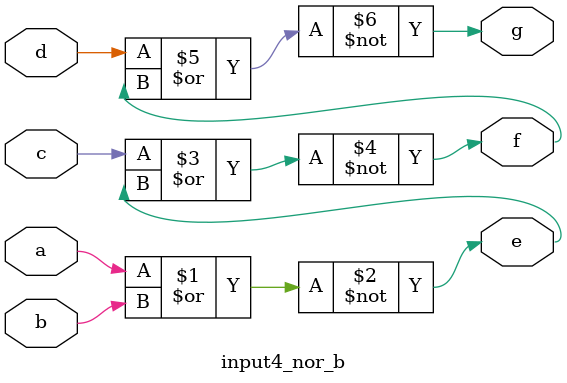
<source format=v>
`timescale 1ns / 1ps


module input4_nor_b(a,b,c,d,e,f,g);
    input a,b,c,d;
    output e,f,g;
    assign e = ~(a|b);
    assign f = ~(c|e);
    assign g = ~(d|f);
endmodule

</source>
